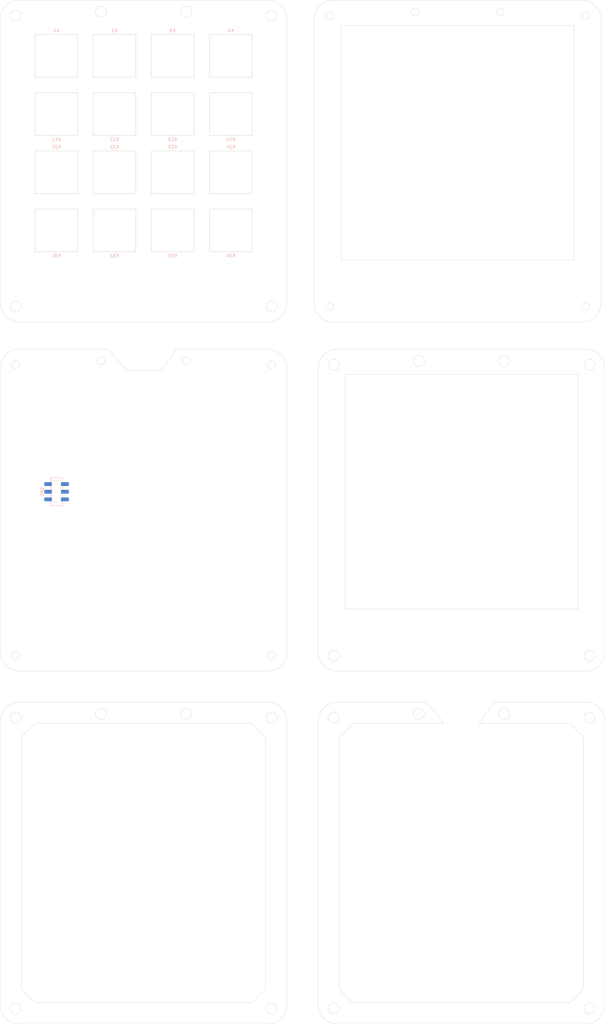
<source format=kicad_pcb>
(kicad_pcb (version 20171130) (host pcbnew "(5.1.2)-2")

  (general
    (thickness 1.6)
    (drawings 120)
    (tracks 0)
    (zones 0)
    (modules 17)
    (nets 1)
  )

  (page A4)
  (layers
    (0 F.Cu signal)
    (31 B.Cu signal)
    (32 B.Adhes user)
    (33 F.Adhes user)
    (34 B.Paste user)
    (35 F.Paste user)
    (36 B.SilkS user)
    (37 F.SilkS user)
    (38 B.Mask user)
    (39 F.Mask user)
    (40 Dwgs.User user)
    (41 Cmts.User user)
    (42 Eco1.User user)
    (43 Eco2.User user)
    (44 Edge.Cuts user)
    (45 Margin user)
    (46 B.CrtYd user)
    (47 F.CrtYd user)
    (48 B.Fab user)
    (49 F.Fab user)
  )

  (setup
    (last_trace_width 0.25)
    (trace_clearance 0.2)
    (zone_clearance 0.508)
    (zone_45_only no)
    (trace_min 0.2)
    (via_size 0.8)
    (via_drill 0.4)
    (via_min_size 0.4)
    (via_min_drill 0.3)
    (uvia_size 0.3)
    (uvia_drill 0.1)
    (uvias_allowed no)
    (uvia_min_size 0.2)
    (uvia_min_drill 0.1)
    (edge_width 0.1)
    (segment_width 0.2)
    (pcb_text_width 0.3)
    (pcb_text_size 1.5 1.5)
    (mod_edge_width 0.15)
    (mod_text_size 1 1)
    (mod_text_width 0.15)
    (pad_size 1.524 1.524)
    (pad_drill 0.762)
    (pad_to_mask_clearance 0)
    (aux_axis_origin 0 0)
    (visible_elements 7FFFFFFF)
    (pcbplotparams
      (layerselection 0x010fc_ffffffff)
      (usegerberextensions false)
      (usegerberattributes false)
      (usegerberadvancedattributes false)
      (creategerberjobfile false)
      (excludeedgelayer true)
      (linewidth 0.100000)
      (plotframeref false)
      (viasonmask false)
      (mode 1)
      (useauxorigin false)
      (hpglpennumber 1)
      (hpglpenspeed 20)
      (hpglpendiameter 15.000000)
      (psnegative false)
      (psa4output false)
      (plotreference true)
      (plotvalue true)
      (plotinvisibletext false)
      (padsonsilk false)
      (subtractmaskfromsilk false)
      (outputformat 1)
      (mirror false)
      (drillshape 0)
      (scaleselection 1)
      (outputdirectory "gerber/"))
  )

  (net 0 "")

  (net_class Default 这是默认网络类。
    (clearance 0.2)
    (trace_width 0.25)
    (via_dia 0.8)
    (via_drill 0.4)
    (uvia_dia 0.3)
    (uvia_drill 0.1)
  )

  (module v60_kicad_files:SW_SPDT_MSS22D18G2 (layer B.Cu) (tedit 5E4E997B) (tstamp 5EACF420)
    (at 55.3085 126.0475 270)
    (descr http://www.ckswitches.com/media/1422/js.pdf)
    (tags "switch spdt")
    (path /5E524E92)
    (attr smd)
    (fp_text reference SW1 (at 0 4.8 270) (layer B.SilkS)
      (effects (font (size 1 1) (thickness 0.15)) (justify mirror))
    )
    (fp_text value SW_Left (at 0 2.9 270) (layer B.Fab)
      (effects (font (size 1 1) (thickness 0.15)) (justify mirror))
    )
    (fp_line (start -5 2.25) (end -5 2.25) (layer B.CrtYd) (width 0.05))
    (fp_line (start -3.5 2.25) (end -5 2.25) (layer B.CrtYd) (width 0.05))
    (fp_line (start -3.5 4.5) (end -3.5 2.25) (layer B.CrtYd) (width 0.05))
    (fp_line (start 3.5 4.5) (end -3.5 4.5) (layer B.CrtYd) (width 0.05))
    (fp_line (start 3.5 2.25) (end 3.5 4.5) (layer B.CrtYd) (width 0.05))
    (fp_line (start 5 2.25) (end 3.5 2.25) (layer B.CrtYd) (width 0.05))
    (fp_line (start 5 -2.25) (end 5 2.25) (layer B.CrtYd) (width 0.05))
    (fp_line (start 3.25 -2.25) (end 5 -2.25) (layer B.CrtYd) (width 0.05))
    (fp_line (start 3.25 -2.5) (end 3.25 -2.25) (layer B.CrtYd) (width 0.05))
    (fp_line (start 2.5 -2.5) (end 3.25 -2.5) (layer B.CrtYd) (width 0.05))
    (fp_line (start 2.5 -4.25) (end 2.5 -2.5) (layer B.CrtYd) (width 0.05))
    (fp_line (start -2.5 -4.25) (end 2.5 -4.25) (layer B.CrtYd) (width 0.05))
    (fp_line (start -2.5 -2.75) (end -2.5 -4.25) (layer B.CrtYd) (width 0.05))
    (fp_line (start -3.25 -2.75) (end -2.5 -2.75) (layer B.CrtYd) (width 0.05))
    (fp_line (start -3.25 -2.25) (end -3.25 -2.75) (layer B.CrtYd) (width 0.05))
    (fp_line (start -5 -2.25) (end -3.25 -2.25) (layer B.CrtYd) (width 0.05))
    (fp_line (start -5 2.25) (end -5 -2.25) (layer B.CrtYd) (width 0.05))
    (fp_line (start -2 -1.8) (end -2 -1.8) (layer B.Fab) (width 0.1))
    (fp_line (start -0.5 -1.8) (end -0.5 -3.8) (layer B.Fab) (width 0.1))
    (fp_line (start -4.6 -1.9) (end -4.6 -1.9) (layer B.SilkS) (width 0.12))
    (fp_line (start -3.2 -1.9) (end -4.6 -1.9) (layer B.SilkS) (width 0.12))
    (fp_line (start -0.7 -1.9) (end -1.8 -1.9) (layer B.SilkS) (width 0.12))
    (fp_line (start 1.8 -1.9) (end 0.7 -1.9) (layer B.SilkS) (width 0.12))
    (fp_line (start 4.6 -1.9) (end 3.2 -1.9) (layer B.SilkS) (width 0.12))
    (fp_line (start 2.8 -1.8) (end 2.8 -1.8) (layer B.Fab) (width 0.1))
    (fp_line (start 2.8 -2.1) (end 2.8 -1.8) (layer B.Fab) (width 0.1))
    (fp_line (start 2.2 -2.1) (end 2.8 -2.1) (layer B.Fab) (width 0.1))
    (fp_line (start 2.2 -1.8) (end 2.2 -2.1) (layer B.Fab) (width 0.1))
    (fp_line (start -2.8 -1.8) (end -2.8 -1.8) (layer B.Fab) (width 0.1))
    (fp_line (start -2.8 -2.1) (end -2.8 -1.8) (layer B.Fab) (width 0.1))
    (fp_line (start -2.2 -2.1) (end -2.8 -2.1) (layer B.Fab) (width 0.1))
    (fp_line (start -2.2 -1.8) (end -2.2 -2.1) (layer B.Fab) (width 0.1))
    (fp_line (start -0.3 -1.8) (end -0.3 -1.8) (layer B.Fab) (width 0.1))
    (fp_line (start -0.3 -2.1) (end -0.3 -1.8) (layer B.Fab) (width 0.1))
    (fp_line (start 0.3 -1.8) (end 0.3 -2.1) (layer B.Fab) (width 0.1))
    (fp_line (start -1.8 1.9) (end -1.8 1.9) (layer B.SilkS) (width 0.12))
    (fp_line (start -0.7 1.9) (end -1.8 1.9) (layer B.SilkS) (width 0.12))
    (fp_line (start 0.7 1.9) (end 0.7 1.9) (layer B.SilkS) (width 0.12))
    (fp_line (start 1.8 1.9) (end 0.7 1.9) (layer B.SilkS) (width 0.12))
    (fp_line (start -4.6 1.9) (end -3.2 1.9) (layer B.SilkS) (width 0.12))
    (fp_line (start -4.6 -1.9) (end -4.6 1.9) (layer B.SilkS) (width 0.12))
    (fp_line (start 4.6 1.9) (end 4.6 -1.9) (layer B.SilkS) (width 0.12))
    (fp_line (start 3.2 1.9) (end 4.6 1.9) (layer B.SilkS) (width 0.12))
    (fp_line (start -1.5 -1.8) (end -1.5 -1.8) (layer B.Fab) (width 0.1))
    (fp_text user %R (at 0 0 270) (layer B.Fab)
      (effects (font (size 1 1) (thickness 0.15)) (justify mirror))
    )
    (fp_line (start -4.5 -1.8) (end -4.5 -1.8) (layer B.Fab) (width 0.1))
    (fp_line (start -4.5 1.8) (end -4.5 -1.8) (layer B.Fab) (width 0.1))
    (fp_line (start -4.5 -1.8) (end -4.5 -1.8) (layer B.Fab) (width 0.1))
    (fp_line (start -4.4 -1.8) (end -4.5 -1.8) (layer B.Fab) (width 0.1))
    (fp_line (start 4.5 -1.8) (end -4.4 -1.8) (layer B.Fab) (width 0.1))
    (fp_line (start 4.5 1.8) (end 4.5 -1.8) (layer B.Fab) (width 0.1))
    (fp_line (start -4.5 1.8) (end 4.5 1.8) (layer B.Fab) (width 0.1))
    (pad 6 smd rect (at 2.5 -2.75 90) (size 1.25 2.5) (layers B.Cu B.Paste B.Mask))
    (pad 5 smd rect (at 0 -2.75 90) (size 1.25 2.5) (layers B.Cu B.Paste B.Mask))
    (pad 4 smd rect (at -2.5 -2.75 90) (size 1.25 2.5) (layers B.Cu B.Paste B.Mask))
    (pad 3 smd rect (at 2.5 2.75 270) (size 1.25 2.5) (layers B.Cu B.Paste B.Mask))
    (pad 2 smd rect (at 0 2.75 270) (size 1.25 2.5) (layers B.Cu B.Paste B.Mask))
    (pad 1 smd rect (at -2.5 2.75 270) (size 1.25 2.5) (layers B.Cu B.Paste B.Mask))
    (model ${KISYS3DMOD}/Button_Switch_SMD.3dshapes/SW_SPDT_CK-JS102011SAQN.wrl
      (at (xyz 0 0 0))
      (scale (xyz 1 1 1))
      (rotate (xyz 0 0 0))
    )
  )

  (module pcb:SW_Cherry_MX_1.00u_PCB (layer F.Cu) (tedit 5DB3E7C9) (tstamp 5E0F4F18)
    (at 55.245 2.3812)
    (descr "Cherry MX keyswitch, 1.00u, PCB mount, http://cherryamericas.com/wp-content/uploads/2014/12/mx_cat.pdf")
    (tags "Cherry MX keyswitch 1.00u PCB")
    (path /5E10DF41)
    (fp_text reference K11 (at 0 8.3) (layer B.SilkS)
      (effects (font (size 1 1) (thickness 0.15)) (justify mirror))
    )
    (fp_text value KEYSW-redox_rev1-rescue (at 0 -8.7) (layer F.Fab)
      (effects (font (size 1 1) (thickness 0.15)))
    )
    (fp_line (start -6.985 6.985) (end -6.985 -6.985) (layer Edge.Cuts) (width 0.12))
    (fp_line (start 6.985 6.985) (end -6.985 6.985) (layer Edge.Cuts) (width 0.12))
    (fp_line (start 6.985 -6.985) (end 6.985 6.985) (layer Edge.Cuts) (width 0.12))
    (fp_line (start -6.985 -6.985) (end 6.985 -6.985) (layer Edge.Cuts) (width 0.12))
    (fp_line (start -9.525 9.525) (end -9.525 -9.525) (layer Dwgs.User) (width 0.15))
    (fp_line (start 9.525 9.525) (end -9.525 9.525) (layer Dwgs.User) (width 0.15))
    (fp_line (start 9.525 -9.525) (end 9.525 9.525) (layer Dwgs.User) (width 0.15))
    (fp_line (start -9.525 -9.525) (end 9.525 -9.525) (layer Dwgs.User) (width 0.15))
    (fp_text user %R (at 0 -7.874) (layer F.Fab) hide
      (effects (font (size 1 1) (thickness 0.15)))
    )
    (model ${KISYS3DMOD}/Button_Switch_Keyboard.3dshapes/SW_Cherry_MX_1.00u_PCB.wrl
      (at (xyz 0 0 0))
      (scale (xyz 1 1 1))
      (rotate (xyz 0 0 0))
    )
  )

  (module pcb:SW_Cherry_MX_1.00u_PCB (layer F.Cu) (tedit 5DB3E7C9) (tstamp 5E0F4DAF)
    (at 74.295 21.431 180)
    (descr "Cherry MX keyswitch, 1.00u, PCB mount, http://cherryamericas.com/wp-content/uploads/2014/12/mx_cat.pdf")
    (tags "Cherry MX keyswitch 1.00u PCB")
    (path /5E163540)
    (fp_text reference K22 (at 0 8.3) (layer B.SilkS)
      (effects (font (size 1 1) (thickness 0.15)) (justify mirror))
    )
    (fp_text value KEYSW-redox_rev1-rescue (at 0 -8.7) (layer F.Fab)
      (effects (font (size 1 1) (thickness 0.15)))
    )
    (fp_line (start -6.985 6.985) (end -6.985 -6.985) (layer Edge.Cuts) (width 0.12))
    (fp_line (start 6.985 6.985) (end -6.985 6.985) (layer Edge.Cuts) (width 0.12))
    (fp_line (start 6.985 -6.985) (end 6.985 6.985) (layer Edge.Cuts) (width 0.12))
    (fp_line (start -6.985 -6.985) (end 6.985 -6.985) (layer Edge.Cuts) (width 0.12))
    (fp_line (start -9.525 9.525) (end -9.525 -9.525) (layer Dwgs.User) (width 0.15))
    (fp_line (start 9.525 9.525) (end -9.525 9.525) (layer Dwgs.User) (width 0.15))
    (fp_line (start 9.525 -9.525) (end 9.525 9.525) (layer Dwgs.User) (width 0.15))
    (fp_line (start -9.525 -9.525) (end 9.525 -9.525) (layer Dwgs.User) (width 0.15))
    (fp_text user %R (at 0 -7.874) (layer F.Fab) hide
      (effects (font (size 1 1) (thickness 0.15)))
    )
    (model ${KISYS3DMOD}/Button_Switch_Keyboard.3dshapes/SW_Cherry_MX_1.00u_PCB.wrl
      (at (xyz 0 0 0))
      (scale (xyz 1 1 1))
      (rotate (xyz 0 0 0))
    )
  )

  (module pcb:SW_Cherry_MX_1.00u_PCB (layer F.Cu) (tedit 5DB3E7C9) (tstamp 5E0F4E62)
    (at 93.345 -16.6688 180)
    (descr "Cherry MX keyswitch, 1.00u, PCB mount, http://cherryamericas.com/wp-content/uploads/2014/12/mx_cat.pdf")
    (tags "Cherry MX keyswitch 1.00u PCB")
    (path /5E0FDCD2)
    (fp_text reference K3 (at 0 8.3) (layer B.SilkS)
      (effects (font (size 1 1) (thickness 0.15)) (justify mirror))
    )
    (fp_text value KEYSW-redox_rev1-rescue (at 0 -8.7) (layer F.Fab)
      (effects (font (size 1 1) (thickness 0.15)))
    )
    (fp_line (start -6.985 6.985) (end -6.985 -6.985) (layer Edge.Cuts) (width 0.12))
    (fp_line (start 6.985 6.985) (end -6.985 6.985) (layer Edge.Cuts) (width 0.12))
    (fp_line (start 6.985 -6.985) (end 6.985 6.985) (layer Edge.Cuts) (width 0.12))
    (fp_line (start -6.985 -6.985) (end 6.985 -6.985) (layer Edge.Cuts) (width 0.12))
    (fp_line (start -9.525 9.525) (end -9.525 -9.525) (layer Dwgs.User) (width 0.15))
    (fp_line (start 9.525 9.525) (end -9.525 9.525) (layer Dwgs.User) (width 0.15))
    (fp_line (start 9.525 -9.525) (end 9.525 9.525) (layer Dwgs.User) (width 0.15))
    (fp_line (start -9.525 -9.525) (end 9.525 -9.525) (layer Dwgs.User) (width 0.15))
    (fp_text user %R (at 0 -7.874) (layer F.Fab) hide
      (effects (font (size 1 1) (thickness 0.15)))
    )
    (model ${KISYS3DMOD}/Button_Switch_Keyboard.3dshapes/SW_Cherry_MX_1.00u_PCB.wrl
      (at (xyz 0 0 0))
      (scale (xyz 1 1 1))
      (rotate (xyz 0 0 0))
    )
  )

  (module pcb:SW_Cherry_MX_1.00u_PCB (layer F.Cu) (tedit 5DB3E7C9) (tstamp 5E0F4E2E)
    (at 93.345 21.431 180)
    (descr "Cherry MX keyswitch, 1.00u, PCB mount, http://cherryamericas.com/wp-content/uploads/2014/12/mx_cat.pdf")
    (tags "Cherry MX keyswitch 1.00u PCB")
    (path /5E16849A)
    (fp_text reference K23 (at 0 8.3) (layer B.SilkS)
      (effects (font (size 1 1) (thickness 0.15)) (justify mirror))
    )
    (fp_text value KEYSW-redox_rev1-rescue (at 0 -8.7) (layer F.Fab)
      (effects (font (size 1 1) (thickness 0.15)))
    )
    (fp_line (start -6.985 6.985) (end -6.985 -6.985) (layer Edge.Cuts) (width 0.12))
    (fp_line (start 6.985 6.985) (end -6.985 6.985) (layer Edge.Cuts) (width 0.12))
    (fp_line (start 6.985 -6.985) (end 6.985 6.985) (layer Edge.Cuts) (width 0.12))
    (fp_line (start -6.985 -6.985) (end 6.985 -6.985) (layer Edge.Cuts) (width 0.12))
    (fp_line (start -9.525 9.525) (end -9.525 -9.525) (layer Dwgs.User) (width 0.15))
    (fp_line (start 9.525 9.525) (end -9.525 9.525) (layer Dwgs.User) (width 0.15))
    (fp_line (start 9.525 -9.525) (end 9.525 9.525) (layer Dwgs.User) (width 0.15))
    (fp_line (start -9.525 -9.525) (end 9.525 -9.525) (layer Dwgs.User) (width 0.15))
    (fp_text user %R (at 0 -7.874) (layer F.Fab) hide
      (effects (font (size 1 1) (thickness 0.15)))
    )
    (model ${KISYS3DMOD}/Button_Switch_Keyboard.3dshapes/SW_Cherry_MX_1.00u_PCB.wrl
      (at (xyz 0 0 0))
      (scale (xyz 1 1 1))
      (rotate (xyz 0 0 0))
    )
  )

  (module pcb:SW_Cherry_MX_1.00u_PCB (layer F.Cu) (tedit 5DB3E7C9) (tstamp 5E0F4DC9)
    (at 112.395 21.431 180)
    (descr "Cherry MX keyswitch, 1.00u, PCB mount, http://cherryamericas.com/wp-content/uploads/2014/12/mx_cat.pdf")
    (tags "Cherry MX keyswitch 1.00u PCB")
    (path /5E1AED5B)
    (fp_text reference K24 (at 0 8.3) (layer B.SilkS)
      (effects (font (size 1 1) (thickness 0.15)) (justify mirror))
    )
    (fp_text value KEYSW-redox_rev1-rescue (at 0 -8.7) (layer F.Fab)
      (effects (font (size 1 1) (thickness 0.15)))
    )
    (fp_line (start -6.985 6.985) (end -6.985 -6.985) (layer Edge.Cuts) (width 0.12))
    (fp_line (start 6.985 6.985) (end -6.985 6.985) (layer Edge.Cuts) (width 0.12))
    (fp_line (start 6.985 -6.985) (end 6.985 6.985) (layer Edge.Cuts) (width 0.12))
    (fp_line (start -6.985 -6.985) (end 6.985 -6.985) (layer Edge.Cuts) (width 0.12))
    (fp_line (start -9.525 9.525) (end -9.525 -9.525) (layer Dwgs.User) (width 0.15))
    (fp_line (start 9.525 9.525) (end -9.525 9.525) (layer Dwgs.User) (width 0.15))
    (fp_line (start 9.525 -9.525) (end 9.525 9.525) (layer Dwgs.User) (width 0.15))
    (fp_line (start -9.525 -9.525) (end 9.525 -9.525) (layer Dwgs.User) (width 0.15))
    (fp_text user %R (at 0 -7.874) (layer F.Fab) hide
      (effects (font (size 1 1) (thickness 0.15)))
    )
    (model ${KISYS3DMOD}/Button_Switch_Keyboard.3dshapes/SW_Cherry_MX_1.00u_PCB.wrl
      (at (xyz 0 0 0))
      (scale (xyz 1 1 1))
      (rotate (xyz 0 0 0))
    )
  )

  (module pcb:SW_Cherry_MX_1.00u_PCB (layer F.Cu) (tedit 5DB3E7C9) (tstamp 5E0F4DE3)
    (at 55.245 21.431 180)
    (descr "Cherry MX keyswitch, 1.00u, PCB mount, http://cherryamericas.com/wp-content/uploads/2014/12/mx_cat.pdf")
    (tags "Cherry MX keyswitch 1.00u PCB")
    (path /5E10E893)
    (fp_text reference K21 (at 0 8.3) (layer B.SilkS)
      (effects (font (size 1 1) (thickness 0.15)) (justify mirror))
    )
    (fp_text value KEYSW-redox_rev1-rescue (at 0 -8.7) (layer F.Fab)
      (effects (font (size 1 1) (thickness 0.15)))
    )
    (fp_line (start -6.985 6.985) (end -6.985 -6.985) (layer Edge.Cuts) (width 0.12))
    (fp_line (start 6.985 6.985) (end -6.985 6.985) (layer Edge.Cuts) (width 0.12))
    (fp_line (start 6.985 -6.985) (end 6.985 6.985) (layer Edge.Cuts) (width 0.12))
    (fp_line (start -6.985 -6.985) (end 6.985 -6.985) (layer Edge.Cuts) (width 0.12))
    (fp_line (start -9.525 9.525) (end -9.525 -9.525) (layer Dwgs.User) (width 0.15))
    (fp_line (start 9.525 9.525) (end -9.525 9.525) (layer Dwgs.User) (width 0.15))
    (fp_line (start 9.525 -9.525) (end 9.525 9.525) (layer Dwgs.User) (width 0.15))
    (fp_line (start -9.525 -9.525) (end 9.525 -9.525) (layer Dwgs.User) (width 0.15))
    (fp_text user %R (at 0 -7.874) (layer F.Fab) hide
      (effects (font (size 1 1) (thickness 0.15)))
    )
    (model ${KISYS3DMOD}/Button_Switch_Keyboard.3dshapes/SW_Cherry_MX_1.00u_PCB.wrl
      (at (xyz 0 0 0))
      (scale (xyz 1 1 1))
      (rotate (xyz 0 0 0))
    )
  )

  (module pcb:SW_Cherry_MX_1.00u_PCB (layer F.Cu) (tedit 5DB3E7C9) (tstamp 5E0F4DFD)
    (at 74.295 40.481)
    (descr "Cherry MX keyswitch, 1.00u, PCB mount, http://cherryamericas.com/wp-content/uploads/2014/12/mx_cat.pdf")
    (tags "Cherry MX keyswitch 1.00u PCB")
    (path /5E163550)
    (fp_text reference K32 (at 0 8.3) (layer B.SilkS)
      (effects (font (size 1 1) (thickness 0.15)) (justify mirror))
    )
    (fp_text value KEYSW-redox_rev1-rescue (at 0 -8.7) (layer F.Fab)
      (effects (font (size 1 1) (thickness 0.15)))
    )
    (fp_line (start -6.985 6.985) (end -6.985 -6.985) (layer Edge.Cuts) (width 0.12))
    (fp_line (start 6.985 6.985) (end -6.985 6.985) (layer Edge.Cuts) (width 0.12))
    (fp_line (start 6.985 -6.985) (end 6.985 6.985) (layer Edge.Cuts) (width 0.12))
    (fp_line (start -6.985 -6.985) (end 6.985 -6.985) (layer Edge.Cuts) (width 0.12))
    (fp_line (start -9.525 9.525) (end -9.525 -9.525) (layer Dwgs.User) (width 0.15))
    (fp_line (start 9.525 9.525) (end -9.525 9.525) (layer Dwgs.User) (width 0.15))
    (fp_line (start 9.525 -9.525) (end 9.525 9.525) (layer Dwgs.User) (width 0.15))
    (fp_line (start -9.525 -9.525) (end 9.525 -9.525) (layer Dwgs.User) (width 0.15))
    (fp_text user %R (at 0 -7.874) (layer F.Fab) hide
      (effects (font (size 1 1) (thickness 0.15)))
    )
    (model ${KISYS3DMOD}/Button_Switch_Keyboard.3dshapes/SW_Cherry_MX_1.00u_PCB.wrl
      (at (xyz 0 0 0))
      (scale (xyz 1 1 1))
      (rotate (xyz 0 0 0))
    )
  )

  (module pcb:SW_Cherry_MX_1.00u_PCB (layer F.Cu) (tedit 5DB3E7C9) (tstamp 5E0F4E48)
    (at 112.395 -16.6688 180)
    (descr "Cherry MX keyswitch, 1.00u, PCB mount, http://cherryamericas.com/wp-content/uploads/2014/12/mx_cat.pdf")
    (tags "Cherry MX keyswitch 1.00u PCB")
    (path /5E1020E1)
    (fp_text reference K4 (at 0 8.3) (layer B.SilkS)
      (effects (font (size 1 1) (thickness 0.15)) (justify mirror))
    )
    (fp_text value KEYSW-redox_rev1-rescue (at 0 -8.7) (layer F.Fab)
      (effects (font (size 1 1) (thickness 0.15)))
    )
    (fp_line (start -6.985 6.985) (end -6.985 -6.985) (layer Edge.Cuts) (width 0.12))
    (fp_line (start 6.985 6.985) (end -6.985 6.985) (layer Edge.Cuts) (width 0.12))
    (fp_line (start 6.985 -6.985) (end 6.985 6.985) (layer Edge.Cuts) (width 0.12))
    (fp_line (start -6.985 -6.985) (end 6.985 -6.985) (layer Edge.Cuts) (width 0.12))
    (fp_line (start -9.525 9.525) (end -9.525 -9.525) (layer Dwgs.User) (width 0.15))
    (fp_line (start 9.525 9.525) (end -9.525 9.525) (layer Dwgs.User) (width 0.15))
    (fp_line (start 9.525 -9.525) (end 9.525 9.525) (layer Dwgs.User) (width 0.15))
    (fp_line (start -9.525 -9.525) (end 9.525 -9.525) (layer Dwgs.User) (width 0.15))
    (fp_text user %R (at 0 -7.874) (layer F.Fab) hide
      (effects (font (size 1 1) (thickness 0.15)))
    )
    (model ${KISYS3DMOD}/Button_Switch_Keyboard.3dshapes/SW_Cherry_MX_1.00u_PCB.wrl
      (at (xyz 0 0 0))
      (scale (xyz 1 1 1))
      (rotate (xyz 0 0 0))
    )
  )

  (module pcb:SW_Cherry_MX_1.00u_PCB (layer F.Cu) (tedit 5DB3E7C9) (tstamp 5E0F4E7C)
    (at 93.345 40.481)
    (descr "Cherry MX keyswitch, 1.00u, PCB mount, http://cherryamericas.com/wp-content/uploads/2014/12/mx_cat.pdf")
    (tags "Cherry MX keyswitch 1.00u PCB")
    (path /5E1684AA)
    (fp_text reference K33 (at 0 8.3) (layer B.SilkS)
      (effects (font (size 1 1) (thickness 0.15)) (justify mirror))
    )
    (fp_text value KEYSW-redox_rev1-rescue (at 0 -8.7) (layer F.Fab)
      (effects (font (size 1 1) (thickness 0.15)))
    )
    (fp_line (start -6.985 6.985) (end -6.985 -6.985) (layer Edge.Cuts) (width 0.12))
    (fp_line (start 6.985 6.985) (end -6.985 6.985) (layer Edge.Cuts) (width 0.12))
    (fp_line (start 6.985 -6.985) (end 6.985 6.985) (layer Edge.Cuts) (width 0.12))
    (fp_line (start -6.985 -6.985) (end 6.985 -6.985) (layer Edge.Cuts) (width 0.12))
    (fp_line (start -9.525 9.525) (end -9.525 -9.525) (layer Dwgs.User) (width 0.15))
    (fp_line (start 9.525 9.525) (end -9.525 9.525) (layer Dwgs.User) (width 0.15))
    (fp_line (start 9.525 -9.525) (end 9.525 9.525) (layer Dwgs.User) (width 0.15))
    (fp_line (start -9.525 -9.525) (end 9.525 -9.525) (layer Dwgs.User) (width 0.15))
    (fp_text user %R (at 0 -7.874) (layer F.Fab) hide
      (effects (font (size 1 1) (thickness 0.15)))
    )
    (model ${KISYS3DMOD}/Button_Switch_Keyboard.3dshapes/SW_Cherry_MX_1.00u_PCB.wrl
      (at (xyz 0 0 0))
      (scale (xyz 1 1 1))
      (rotate (xyz 0 0 0))
    )
  )

  (module pcb:SW_Cherry_MX_1.00u_PCB (layer F.Cu) (tedit 5DB3E7C9) (tstamp 5E0F4EB0)
    (at 112.395 40.481)
    (descr "Cherry MX keyswitch, 1.00u, PCB mount, http://cherryamericas.com/wp-content/uploads/2014/12/mx_cat.pdf")
    (tags "Cherry MX keyswitch 1.00u PCB")
    (path /5E1AED69)
    (fp_text reference K34 (at 0 8.3) (layer B.SilkS)
      (effects (font (size 1 1) (thickness 0.15)) (justify mirror))
    )
    (fp_text value KEYSW-redox_rev1-rescue (at 0 -8.7) (layer F.Fab)
      (effects (font (size 1 1) (thickness 0.15)))
    )
    (fp_line (start -6.985 6.985) (end -6.985 -6.985) (layer Edge.Cuts) (width 0.12))
    (fp_line (start 6.985 6.985) (end -6.985 6.985) (layer Edge.Cuts) (width 0.12))
    (fp_line (start 6.985 -6.985) (end 6.985 6.985) (layer Edge.Cuts) (width 0.12))
    (fp_line (start -6.985 -6.985) (end 6.985 -6.985) (layer Edge.Cuts) (width 0.12))
    (fp_line (start -9.525 9.525) (end -9.525 -9.525) (layer Dwgs.User) (width 0.15))
    (fp_line (start 9.525 9.525) (end -9.525 9.525) (layer Dwgs.User) (width 0.15))
    (fp_line (start 9.525 -9.525) (end 9.525 9.525) (layer Dwgs.User) (width 0.15))
    (fp_line (start -9.525 -9.525) (end 9.525 -9.525) (layer Dwgs.User) (width 0.15))
    (fp_text user %R (at 0 -7.874) (layer F.Fab) hide
      (effects (font (size 1 1) (thickness 0.15)))
    )
    (model ${KISYS3DMOD}/Button_Switch_Keyboard.3dshapes/SW_Cherry_MX_1.00u_PCB.wrl
      (at (xyz 0 0 0))
      (scale (xyz 1 1 1))
      (rotate (xyz 0 0 0))
    )
  )

  (module pcb:SW_Cherry_MX_1.00u_PCB (layer F.Cu) (tedit 5DB3E7C9) (tstamp 5E0F4F32)
    (at 55.245 -16.6688 180)
    (descr "Cherry MX keyswitch, 1.00u, PCB mount, http://cherryamericas.com/wp-content/uploads/2014/12/mx_cat.pdf")
    (tags "Cherry MX keyswitch 1.00u PCB")
    (path /5E0EE523)
    (fp_text reference K1 (at 0 8.3) (layer B.SilkS)
      (effects (font (size 1 1) (thickness 0.15)) (justify mirror))
    )
    (fp_text value KEYSW-redox_rev1-rescue (at 0 -8.7) (layer F.Fab)
      (effects (font (size 1 1) (thickness 0.15)))
    )
    (fp_line (start -6.985 6.985) (end -6.985 -6.985) (layer Edge.Cuts) (width 0.12))
    (fp_line (start 6.985 6.985) (end -6.985 6.985) (layer Edge.Cuts) (width 0.12))
    (fp_line (start 6.985 -6.985) (end 6.985 6.985) (layer Edge.Cuts) (width 0.12))
    (fp_line (start -6.985 -6.985) (end 6.985 -6.985) (layer Edge.Cuts) (width 0.12))
    (fp_line (start -9.525 9.525) (end -9.525 -9.525) (layer Dwgs.User) (width 0.15))
    (fp_line (start 9.525 9.525) (end -9.525 9.525) (layer Dwgs.User) (width 0.15))
    (fp_line (start 9.525 -9.525) (end 9.525 9.525) (layer Dwgs.User) (width 0.15))
    (fp_line (start -9.525 -9.525) (end 9.525 -9.525) (layer Dwgs.User) (width 0.15))
    (fp_text user %R (at 0 -7.874) (layer F.Fab) hide
      (effects (font (size 1 1) (thickness 0.15)))
    )
    (model ${KISYS3DMOD}/Button_Switch_Keyboard.3dshapes/SW_Cherry_MX_1.00u_PCB.wrl
      (at (xyz 0 0 0))
      (scale (xyz 1 1 1))
      (rotate (xyz 0 0 0))
    )
  )

  (module pcb:SW_Cherry_MX_1.00u_PCB (layer F.Cu) (tedit 5DB3E7C9) (tstamp 5E0F4F63)
    (at 55.245 40.481)
    (descr "Cherry MX keyswitch, 1.00u, PCB mount, http://cherryamericas.com/wp-content/uploads/2014/12/mx_cat.pdf")
    (tags "Cherry MX keyswitch 1.00u PCB")
    (path /5E10F669)
    (fp_text reference K31 (at 0 8.3) (layer B.SilkS)
      (effects (font (size 1 1) (thickness 0.15)) (justify mirror))
    )
    (fp_text value KEYSW-redox_rev1-rescue (at 0 -8.7) (layer F.Fab)
      (effects (font (size 1 1) (thickness 0.15)))
    )
    (fp_line (start -6.985 6.985) (end -6.985 -6.985) (layer Edge.Cuts) (width 0.12))
    (fp_line (start 6.985 6.985) (end -6.985 6.985) (layer Edge.Cuts) (width 0.12))
    (fp_line (start 6.985 -6.985) (end 6.985 6.985) (layer Edge.Cuts) (width 0.12))
    (fp_line (start -6.985 -6.985) (end 6.985 -6.985) (layer Edge.Cuts) (width 0.12))
    (fp_line (start -9.525 9.525) (end -9.525 -9.525) (layer Dwgs.User) (width 0.15))
    (fp_line (start 9.525 9.525) (end -9.525 9.525) (layer Dwgs.User) (width 0.15))
    (fp_line (start 9.525 -9.525) (end 9.525 9.525) (layer Dwgs.User) (width 0.15))
    (fp_line (start -9.525 -9.525) (end 9.525 -9.525) (layer Dwgs.User) (width 0.15))
    (fp_text user %R (at 0 -7.874) (layer F.Fab) hide
      (effects (font (size 1 1) (thickness 0.15)))
    )
    (model ${KISYS3DMOD}/Button_Switch_Keyboard.3dshapes/SW_Cherry_MX_1.00u_PCB.wrl
      (at (xyz 0 0 0))
      (scale (xyz 1 1 1))
      (rotate (xyz 0 0 0))
    )
  )

  (module pcb:SW_Cherry_MX_1.00u_PCB (layer F.Cu) (tedit 5DB3E7C9) (tstamp 5E0F4E96)
    (at 74.295 -16.6688 180)
    (descr "Cherry MX keyswitch, 1.00u, PCB mount, http://cherryamericas.com/wp-content/uploads/2014/12/mx_cat.pdf")
    (tags "Cherry MX keyswitch 1.00u PCB")
    (path /5E0FB206)
    (fp_text reference K2 (at 0 8.3) (layer B.SilkS)
      (effects (font (size 1 1) (thickness 0.15)) (justify mirror))
    )
    (fp_text value KEYSW-redox_rev1-rescue (at 0 -8.7) (layer F.Fab)
      (effects (font (size 1 1) (thickness 0.15)))
    )
    (fp_line (start -6.985 6.985) (end -6.985 -6.985) (layer Edge.Cuts) (width 0.12))
    (fp_line (start 6.985 6.985) (end -6.985 6.985) (layer Edge.Cuts) (width 0.12))
    (fp_line (start 6.985 -6.985) (end 6.985 6.985) (layer Edge.Cuts) (width 0.12))
    (fp_line (start -6.985 -6.985) (end 6.985 -6.985) (layer Edge.Cuts) (width 0.12))
    (fp_line (start -9.525 9.525) (end -9.525 -9.525) (layer Dwgs.User) (width 0.15))
    (fp_line (start 9.525 9.525) (end -9.525 9.525) (layer Dwgs.User) (width 0.15))
    (fp_line (start 9.525 -9.525) (end 9.525 9.525) (layer Dwgs.User) (width 0.15))
    (fp_line (start -9.525 -9.525) (end 9.525 -9.525) (layer Dwgs.User) (width 0.15))
    (fp_text user %R (at 0 -7.874) (layer F.Fab) hide
      (effects (font (size 1 1) (thickness 0.15)))
    )
    (model ${KISYS3DMOD}/Button_Switch_Keyboard.3dshapes/SW_Cherry_MX_1.00u_PCB.wrl
      (at (xyz 0 0 0))
      (scale (xyz 1 1 1))
      (rotate (xyz 0 0 0))
    )
  )

  (module pcb:SW_Cherry_MX_1.00u_PCB (layer F.Cu) (tedit 5DB3E7C9) (tstamp 5E0F4ECA)
    (at 112.395 2.3812)
    (descr "Cherry MX keyswitch, 1.00u, PCB mount, http://cherryamericas.com/wp-content/uploads/2014/12/mx_cat.pdf")
    (tags "Cherry MX keyswitch 1.00u PCB")
    (path /5E1AED4C)
    (fp_text reference K14 (at 0 8.3) (layer B.SilkS)
      (effects (font (size 1 1) (thickness 0.15)) (justify mirror))
    )
    (fp_text value KEYSW-redox_rev1-rescue (at 0 -8.7) (layer F.Fab)
      (effects (font (size 1 1) (thickness 0.15)))
    )
    (fp_line (start -6.985 6.985) (end -6.985 -6.985) (layer Edge.Cuts) (width 0.12))
    (fp_line (start 6.985 6.985) (end -6.985 6.985) (layer Edge.Cuts) (width 0.12))
    (fp_line (start 6.985 -6.985) (end 6.985 6.985) (layer Edge.Cuts) (width 0.12))
    (fp_line (start -6.985 -6.985) (end 6.985 -6.985) (layer Edge.Cuts) (width 0.12))
    (fp_line (start -9.525 9.525) (end -9.525 -9.525) (layer Dwgs.User) (width 0.15))
    (fp_line (start 9.525 9.525) (end -9.525 9.525) (layer Dwgs.User) (width 0.15))
    (fp_line (start 9.525 -9.525) (end 9.525 9.525) (layer Dwgs.User) (width 0.15))
    (fp_line (start -9.525 -9.525) (end 9.525 -9.525) (layer Dwgs.User) (width 0.15))
    (fp_text user %R (at 0 -7.874) (layer F.Fab) hide
      (effects (font (size 1 1) (thickness 0.15)))
    )
    (model ${KISYS3DMOD}/Button_Switch_Keyboard.3dshapes/SW_Cherry_MX_1.00u_PCB.wrl
      (at (xyz 0 0 0))
      (scale (xyz 1 1 1))
      (rotate (xyz 0 0 0))
    )
  )

  (module pcb:SW_Cherry_MX_1.00u_PCB (layer F.Cu) (tedit 5DB3E7C9) (tstamp 5E0F4EE4)
    (at 74.295 2.3812)
    (descr "Cherry MX keyswitch, 1.00u, PCB mount, http://cherryamericas.com/wp-content/uploads/2014/12/mx_cat.pdf")
    (tags "Cherry MX keyswitch 1.00u PCB")
    (path /5E163531)
    (fp_text reference K12 (at 0 8.3) (layer B.SilkS)
      (effects (font (size 1 1) (thickness 0.15)) (justify mirror))
    )
    (fp_text value KEYSW-redox_rev1-rescue (at 0 -8.7) (layer F.Fab)
      (effects (font (size 1 1) (thickness 0.15)))
    )
    (fp_line (start -6.985 6.985) (end -6.985 -6.985) (layer Edge.Cuts) (width 0.12))
    (fp_line (start 6.985 6.985) (end -6.985 6.985) (layer Edge.Cuts) (width 0.12))
    (fp_line (start 6.985 -6.985) (end 6.985 6.985) (layer Edge.Cuts) (width 0.12))
    (fp_line (start -6.985 -6.985) (end 6.985 -6.985) (layer Edge.Cuts) (width 0.12))
    (fp_line (start -9.525 9.525) (end -9.525 -9.525) (layer Dwgs.User) (width 0.15))
    (fp_line (start 9.525 9.525) (end -9.525 9.525) (layer Dwgs.User) (width 0.15))
    (fp_line (start 9.525 -9.525) (end 9.525 9.525) (layer Dwgs.User) (width 0.15))
    (fp_line (start -9.525 -9.525) (end 9.525 -9.525) (layer Dwgs.User) (width 0.15))
    (fp_text user %R (at 0 -7.874) (layer F.Fab) hide
      (effects (font (size 1 1) (thickness 0.15)))
    )
    (model ${KISYS3DMOD}/Button_Switch_Keyboard.3dshapes/SW_Cherry_MX_1.00u_PCB.wrl
      (at (xyz 0 0 0))
      (scale (xyz 1 1 1))
      (rotate (xyz 0 0 0))
    )
  )

  (module pcb:SW_Cherry_MX_1.00u_PCB (layer F.Cu) (tedit 5DB3E7C9) (tstamp 5E0F4EFE)
    (at 93.345 2.3812)
    (descr "Cherry MX keyswitch, 1.00u, PCB mount, http://cherryamericas.com/wp-content/uploads/2014/12/mx_cat.pdf")
    (tags "Cherry MX keyswitch 1.00u PCB")
    (path /5E16848B)
    (fp_text reference K13 (at 0 8.3) (layer B.SilkS)
      (effects (font (size 1 1) (thickness 0.15)) (justify mirror))
    )
    (fp_text value KEYSW-redox_rev1-rescue (at 0 -8.7) (layer F.Fab)
      (effects (font (size 1 1) (thickness 0.15)))
    )
    (fp_line (start -6.985 6.985) (end -6.985 -6.985) (layer Edge.Cuts) (width 0.12))
    (fp_line (start 6.985 6.985) (end -6.985 6.985) (layer Edge.Cuts) (width 0.12))
    (fp_line (start 6.985 -6.985) (end 6.985 6.985) (layer Edge.Cuts) (width 0.12))
    (fp_line (start -6.985 -6.985) (end 6.985 -6.985) (layer Edge.Cuts) (width 0.12))
    (fp_line (start -9.525 9.525) (end -9.525 -9.525) (layer Dwgs.User) (width 0.15))
    (fp_line (start 9.525 9.525) (end -9.525 9.525) (layer Dwgs.User) (width 0.15))
    (fp_line (start 9.525 -9.525) (end 9.525 9.525) (layer Dwgs.User) (width 0.15))
    (fp_line (start -9.525 -9.525) (end 9.525 -9.525) (layer Dwgs.User) (width 0.15))
    (fp_text user %R (at 0 -7.874) (layer F.Fab) hide
      (effects (font (size 1 1) (thickness 0.15)))
    )
    (model ${KISYS3DMOD}/Button_Switch_Keyboard.3dshapes/SW_Cherry_MX_1.00u_PCB.wrl
      (at (xyz 0 0 0))
      (scale (xyz 1 1 1))
      (rotate (xyz 0 0 0))
    )
  )

  (gr_line (start 56.642 122.428) (end 56.642 129.54) (layer Edge.Cuts) (width 0.1) (tstamp 5EACF562))
  (gr_line (start 53.721 129.54) (end 53.721 122.428) (layer Edge.Cuts) (width 0.1) (tstamp 5EACF561))
  (gr_line (start 53.721 122.428) (end 56.642 122.428) (layer Edge.Cuts) (width 0.1) (tstamp 5EACF560))
  (gr_line (start 56.642 129.54) (end 53.721 129.54) (layer Edge.Cuts) (width 0.1) (tstamp 5EACF55F))
  (gr_line (start 148.59 50.165) (end 224.79 50.165) (layer Edge.Cuts) (width 0.1) (tstamp 5E0F9972))
  (gr_line (start 224.79 -26.67) (end 148.59 -26.67) (layer Edge.Cuts) (width 0.1) (tstamp 5E0F9971))
  (gr_line (start 148.59 -26.67) (end 148.59 50.165) (layer Edge.Cuts) (width 0.1) (tstamp 5E0F9970))
  (gr_line (start 224.79 50.165) (end 224.79 -26.67) (layer Edge.Cuts) (width 0.1) (tstamp 5E0F996F))
  (gr_circle (center 144.78 65.405) (end 146.05 65.405) (layer Edge.Cuts) (width 0.1) (tstamp 5E0F996D))
  (gr_line (start 146.05 70.485) (end 227.33 70.485) (layer Edge.Cuts) (width 0.1) (tstamp 5E0F996B))
  (gr_line (start 233.68 64.135) (end 233.68 -28.575) (layer Edge.Cuts) (width 0.1) (tstamp 5E0F996A))
  (gr_circle (center 172.72 -31.115) (end 173.99 -31.115) (layer Edge.Cuts) (width 0.1) (tstamp 5E0F9969))
  (gr_arc (start 146.05 -28.575) (end 146.05 -34.925) (angle -90) (layer Edge.Cuts) (width 0.1) (tstamp 5E0F9968))
  (gr_circle (center 228.6 -29.845) (end 229.87 -29.845) (layer Edge.Cuts) (width 0.1) (tstamp 5E0F9966))
  (gr_circle (center 200.66 -31.115) (end 201.93 -31.115) (layer Edge.Cuts) (width 0.1) (tstamp 5E0F9965))
  (gr_circle (center 228.6 65.405) (end 229.87 65.405) (layer Edge.Cuts) (width 0.1) (tstamp 5E0F9964))
  (gr_line (start 227.33 -34.925) (end 146.05 -34.925) (layer Edge.Cuts) (width 0.1) (tstamp 5E0F9962))
  (gr_arc (start 227.33 64.135) (end 227.33 70.485) (angle -90) (layer Edge.Cuts) (width 0.1) (tstamp 5E0F9961))
  (gr_arc (start 146.05 64.135) (end 139.7 64.135) (angle -90) (layer Edge.Cuts) (width 0.1) (tstamp 5E0F995F))
  (gr_line (start 139.7 -28.575) (end 139.7 64.135) (layer Edge.Cuts) (width 0.1) (tstamp 5E0F995E))
  (gr_arc (start 227.33 -28.575) (end 233.68 -28.575) (angle -90) (layer Edge.Cuts) (width 0.1) (tstamp 5E0F995D))
  (gr_circle (center 144.78 -29.845) (end 146.05 -29.845) (layer Edge.Cuts) (width 0.1) (tstamp 5E0F995B))
  (gr_line (start 226.06 164.465) (end 226.06 87.63) (layer Edge.Cuts) (width 0.1) (tstamp 5E0F935E))
  (gr_line (start 149.86 164.465) (end 226.06 164.465) (layer Edge.Cuts) (width 0.1))
  (gr_line (start 149.86 87.63) (end 149.86 164.465) (layer Edge.Cuts) (width 0.1))
  (gr_line (start 226.06 87.63) (end 149.86 87.63) (layer Edge.Cuts) (width 0.1))
  (gr_line (start 147.32 184.785) (end 228.6 184.785) (layer Edge.Cuts) (width 0.1) (tstamp 5E0F8524))
  (gr_circle (center 229.87 179.705) (end 231.14 180.975) (layer Edge.Cuts) (width 0.1) (tstamp 5E0F8523))
  (gr_line (start 228.6 79.375) (end 147.32 79.375) (layer Edge.Cuts) (width 0.1) (tstamp 5E0F8522))
  (gr_line (start 234.95 178.435) (end 234.95 85.725) (layer Edge.Cuts) (width 0.1) (tstamp 5E0F8520))
  (gr_circle (center 146.05 179.705) (end 147.32 180.975) (layer Edge.Cuts) (width 0.1) (tstamp 5E0F851E))
  (gr_arc (start 228.6 85.725) (end 234.95 85.725) (angle -90) (layer Edge.Cuts) (width 0.1) (tstamp 5E0F851D))
  (gr_arc (start 147.32 178.435) (end 140.97 178.435) (angle -90) (layer Edge.Cuts) (width 0.1) (tstamp 5E0F851C))
  (gr_arc (start 228.6 178.435) (end 228.6 184.785) (angle -90) (layer Edge.Cuts) (width 0.1) (tstamp 5E0F851A))
  (gr_circle (center 229.87 84.455) (end 231.14 85.725) (layer Edge.Cuts) (width 0.1) (tstamp 5E0F8519))
  (gr_circle (center 201.93 83.185) (end 203.2 84.455) (layer Edge.Cuts) (width 0.1) (tstamp 5E0F8517))
  (gr_circle (center 173.99 83.185) (end 175.26 84.455) (layer Edge.Cuts) (width 0.1) (tstamp 5E0F8516))
  (gr_line (start 140.97 85.725) (end 140.97 178.435) (layer Edge.Cuts) (width 0.1) (tstamp 5E0F8515))
  (gr_circle (center 146.05 84.455) (end 147.32 85.725) (layer Edge.Cuts) (width 0.1) (tstamp 5E0F8513))
  (gr_arc (start 147.32 85.725) (end 147.32 79.375) (angle -90) (layer Edge.Cuts) (width 0.1) (tstamp 5E0F8511))
  (gr_line (start 78.105 86.36) (end 89.535 86.36) (layer Edge.Cuts) (width 0.1) (tstamp 5E0F84EB))
  (gr_line (start 94.615 79.375) (end 124.46 79.375) (layer Edge.Cuts) (width 0.1) (tstamp 5E0F84EA))
  (gr_line (start 89.535 86.36) (end 94.615 79.375) (layer Edge.Cuts) (width 0.1) (tstamp 5E0F84E4))
  (gr_line (start 78.105 86.36) (end 72.39 79.375) (layer Edge.Cuts) (width 0.1) (tstamp 5E0F84E3))
  (gr_line (start 198.755 194.945) (end 228.6 194.945) (layer Edge.Cuts) (width 0.1) (tstamp 5E0F84D8))
  (gr_line (start 193.675 201.93) (end 223.52 201.93) (layer Edge.Cuts) (width 0.1) (tstamp 5E0F84D7))
  (gr_line (start 193.675 201.93) (end 198.755 194.945) (layer Edge.Cuts) (width 0.1))
  (gr_line (start 182.245 201.93) (end 176.53 194.945) (layer Edge.Cuts) (width 0.1))
  (gr_line (start 227.965 206.375) (end 227.965 288.925) (layer Edge.Cuts) (width 0.1) (tstamp 5E0F8475))
  (gr_line (start 152.4 293.37) (end 147.955 288.925) (layer Edge.Cuts) (width 0.1) (tstamp 5E0F8474))
  (gr_line (start 152.4 201.93) (end 182.245 201.93) (layer Edge.Cuts) (width 0.1) (tstamp 5E0F8473))
  (gr_line (start 147.32 300.355) (end 228.6 300.355) (layer Edge.Cuts) (width 0.1) (tstamp 5E0F8472))
  (gr_arc (start 147.32 294.005) (end 140.97 294.005) (angle -90) (layer Edge.Cuts) (width 0.1) (tstamp 5E0F8471))
  (gr_arc (start 147.32 201.295) (end 147.32 194.945) (angle -90) (layer Edge.Cuts) (width 0.1) (tstamp 5E0F8470))
  (gr_circle (center 229.87 200.025) (end 231.14 201.295) (layer Edge.Cuts) (width 0.1) (tstamp 5E0F846F))
  (gr_circle (center 146.05 295.275) (end 147.32 296.545) (layer Edge.Cuts) (width 0.1) (tstamp 5E0F846E))
  (gr_line (start 227.965 288.925) (end 223.52 293.37) (layer Edge.Cuts) (width 0.1) (tstamp 5E0F846D))
  (gr_arc (start 228.6 294.005) (end 228.6 300.355) (angle -90) (layer Edge.Cuts) (width 0.1) (tstamp 5E0F846C))
  (gr_line (start 223.52 293.37) (end 152.4 293.37) (layer Edge.Cuts) (width 0.1) (tstamp 5E0F846B))
  (gr_line (start 147.955 288.925) (end 147.955 206.375) (layer Edge.Cuts) (width 0.1) (tstamp 5E0F846A))
  (gr_line (start 234.95 294.005) (end 234.95 201.295) (layer Edge.Cuts) (width 0.1) (tstamp 5E0F8469))
  (gr_arc (start 228.6 201.295) (end 234.95 201.295) (angle -90) (layer Edge.Cuts) (width 0.1) (tstamp 5E0F8468))
  (gr_circle (center 229.87 295.275) (end 231.14 296.545) (layer Edge.Cuts) (width 0.1) (tstamp 5E0F8467))
  (gr_line (start 176.53 194.945) (end 147.32 194.945) (layer Edge.Cuts) (width 0.1) (tstamp 5E0F8466))
  (gr_circle (center 173.99 198.755) (end 175.26 200.025) (layer Edge.Cuts) (width 0.1) (tstamp 5E0F8465))
  (gr_line (start 147.955 206.375) (end 152.4 201.93) (layer Edge.Cuts) (width 0.1) (tstamp 5E0F8464))
  (gr_circle (center 146.05 200.025) (end 147.32 201.295) (layer Edge.Cuts) (width 0.1) (tstamp 5E0F8463))
  (gr_circle (center 201.93 198.755) (end 203.2 200.025) (layer Edge.Cuts) (width 0.1) (tstamp 5E0F8462))
  (gr_line (start 223.52 201.93) (end 227.965 206.375) (layer Edge.Cuts) (width 0.1) (tstamp 5E0F8461))
  (gr_line (start 140.97 201.295) (end 140.97 294.005) (layer Edge.Cuts) (width 0.1) (tstamp 5E0F8460))
  (gr_circle (center 41.91 200.025) (end 43.18 201.295) (layer Edge.Cuts) (width 0.1) (tstamp 5E0F83D5))
  (gr_line (start 48.26 293.37) (end 43.815 288.925) (layer Edge.Cuts) (width 0.1) (tstamp 5E0F83D4))
  (gr_line (start 119.38 201.93) (end 123.825 206.375) (layer Edge.Cuts) (width 0.1) (tstamp 5E0F83D3))
  (gr_line (start 130.81 294.005) (end 130.81 201.295) (layer Edge.Cuts) (width 0.1) (tstamp 5E0F83D1))
  (gr_line (start 43.815 206.375) (end 48.26 201.93) (layer Edge.Cuts) (width 0.1) (tstamp 5E0F83D0))
  (gr_arc (start 43.18 294.005) (end 36.83 294.005) (angle -90) (layer Edge.Cuts) (width 0.1) (tstamp 5E0F83CF))
  (gr_line (start 43.18 300.355) (end 124.46 300.355) (layer Edge.Cuts) (width 0.1) (tstamp 5E0F83CE))
  (gr_arc (start 43.18 201.295) (end 43.18 194.945) (angle -90) (layer Edge.Cuts) (width 0.1) (tstamp 5E0F83CD))
  (gr_line (start 36.83 201.295) (end 36.83 294.005) (layer Edge.Cuts) (width 0.1) (tstamp 5E0F83CC))
  (gr_arc (start 124.46 294.005) (end 124.46 300.355) (angle -90) (layer Edge.Cuts) (width 0.1) (tstamp 5E0F83CA))
  (gr_line (start 124.46 194.945) (end 43.18 194.945) (layer Edge.Cuts) (width 0.1) (tstamp 5E0F83C8))
  (gr_circle (center 125.73 200.025) (end 127 201.295) (layer Edge.Cuts) (width 0.1) (tstamp 5E0F83C7))
  (gr_arc (start 124.46 201.295) (end 130.81 201.295) (angle -90) (layer Edge.Cuts) (width 0.1) (tstamp 5E0F83C5))
  (gr_circle (center 97.79 198.755) (end 99.06 200.025) (layer Edge.Cuts) (width 0.1) (tstamp 5E0F83C3))
  (gr_circle (center 69.85 198.755) (end 71.12 200.025) (layer Edge.Cuts) (width 0.1) (tstamp 5E0F83C2))
  (gr_line (start 123.825 288.925) (end 119.38 293.37) (layer Edge.Cuts) (width 0.1) (tstamp 5E0F83BF))
  (gr_line (start 48.26 201.93) (end 119.38 201.93) (layer Edge.Cuts) (width 0.1) (tstamp 5E0F83BD))
  (gr_line (start 123.825 206.375) (end 123.825 288.925) (layer Edge.Cuts) (width 0.1) (tstamp 5E0F83BC))
  (gr_circle (center 41.91 295.275) (end 43.18 296.545) (layer Edge.Cuts) (width 0.1) (tstamp 5E0F83B8))
  (gr_line (start 119.38 293.37) (end 48.26 293.37) (layer Edge.Cuts) (width 0.1) (tstamp 5E0F83B6))
  (gr_line (start 43.815 288.925) (end 43.815 206.375) (layer Edge.Cuts) (width 0.1) (tstamp 5E0F83B5))
  (gr_circle (center 125.73 295.275) (end 127 296.545) (layer Edge.Cuts) (width 0.1) (tstamp 5E0F83B2))
  (gr_line (start 43.18 184.785) (end 124.46 184.785) (layer Edge.Cuts) (width 0.1) (tstamp 5E0F62CA))
  (gr_line (start 72.39 79.375) (end 43.18 79.375) (layer Edge.Cuts) (width 0.1) (tstamp 5E0F62C8))
  (gr_circle (center 125.73 179.705) (end 127 179.705) (layer Edge.Cuts) (width 0.1) (tstamp 5E0F62C7))
  (gr_line (start 130.81 178.435) (end 130.81 85.725) (layer Edge.Cuts) (width 0.1) (tstamp 5E0F62C6))
  (gr_circle (center 97.79 83.185) (end 99.06 83.185) (layer Edge.Cuts) (width 0.1) (tstamp 5E0F62C5))
  (gr_arc (start 124.46 85.725) (end 130.81 85.725) (angle -90) (layer Edge.Cuts) (width 0.1) (tstamp 5E0F62C3))
  (gr_arc (start 43.18 178.435) (end 36.83 178.435) (angle -90) (layer Edge.Cuts) (width 0.1) (tstamp 5E0F62C2))
  (gr_arc (start 124.46 178.435) (end 124.46 184.785) (angle -90) (layer Edge.Cuts) (width 0.1) (tstamp 5E0F62C0))
  (gr_circle (center 125.73 84.455) (end 127 84.455) (layer Edge.Cuts) (width 0.1) (tstamp 5E0F62BE))
  (gr_line (start 36.83 85.725) (end 36.83 178.435) (layer Edge.Cuts) (width 0.1) (tstamp 5E0F62BB))
  (gr_circle (center 69.85 83.185) (end 71.12 83.185) (layer Edge.Cuts) (width 0.1) (tstamp 5E0F62BA))
  (gr_circle (center 41.91 179.705) (end 43.18 179.705) (layer Edge.Cuts) (width 0.1) (tstamp 5E0F62B8))
  (gr_arc (start 43.18 85.725) (end 43.18 79.375) (angle -90) (layer Edge.Cuts) (width 0.1) (tstamp 5E0F62B7))
  (gr_circle (center 41.91 84.455) (end 43.18 84.455) (layer Edge.Cuts) (width 0.1) (tstamp 5E0F62B6))
  (gr_circle (center 97.79 -31.115) (end 99.06 -29.845) (layer Edge.Cuts) (width 0.1) (tstamp 5E0F62A3))
  (gr_circle (center 69.85 -31.115) (end 71.12 -29.845) (layer Edge.Cuts) (width 0.1) (tstamp 5E0F62A3))
  (gr_circle (center 125.73 -29.845) (end 127 -28.575) (layer Edge.Cuts) (width 0.1) (tstamp 5E0F62A3))
  (gr_circle (center 41.91 -29.845) (end 43.18 -28.575) (layer Edge.Cuts) (width 0.1) (tstamp 5E0F62A3))
  (gr_circle (center 125.73 65.405) (end 127 66.675) (layer Edge.Cuts) (width 0.1) (tstamp 5E0F62A3))
  (gr_circle (center 41.91 65.405) (end 43.18 66.675) (layer Edge.Cuts) (width 0.1))
  (gr_arc (start 124.46 64.135) (end 124.46 70.485) (angle -90) (layer Edge.Cuts) (width 0.1))
  (gr_arc (start 124.46 -28.575) (end 130.81 -28.575) (angle -90) (layer Edge.Cuts) (width 0.1))
  (gr_arc (start 43.18 -28.575) (end 43.18 -34.925) (angle -90) (layer Edge.Cuts) (width 0.1))
  (gr_arc (start 43.18 64.135) (end 36.83 64.135) (angle -90) (layer Edge.Cuts) (width 0.1))
  (gr_line (start 124.46 -34.925) (end 43.18 -34.925) (layer Edge.Cuts) (width 0.1))
  (gr_line (start 130.81 64.135) (end 130.81 -28.575) (layer Edge.Cuts) (width 0.1))
  (gr_line (start 43.18 70.485) (end 124.46 70.485) (layer Edge.Cuts) (width 0.1))
  (gr_line (start 36.83 -28.575) (end 36.83 64.135) (layer Edge.Cuts) (width 0.1))

)

</source>
